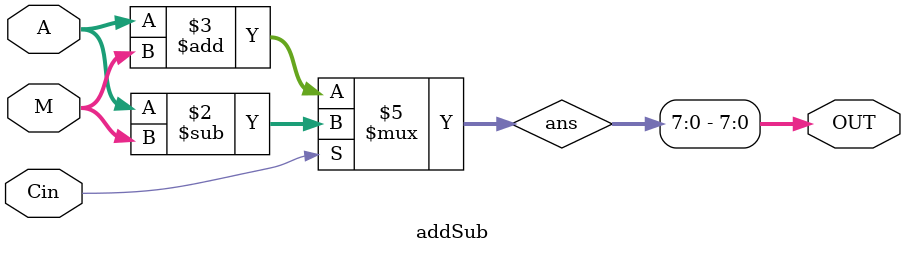
<source format=v>
module addSub(
	input Cin,
	input [7:0]A,M,
	output [7:0]OUT)
	;
	reg [8:0]ans;
	always begin
		if(Cin)
			ans=A-M;
		else
			ans=A+M;
	end
		
		assign OUT=ans[7:0];		
endmodule

</source>
